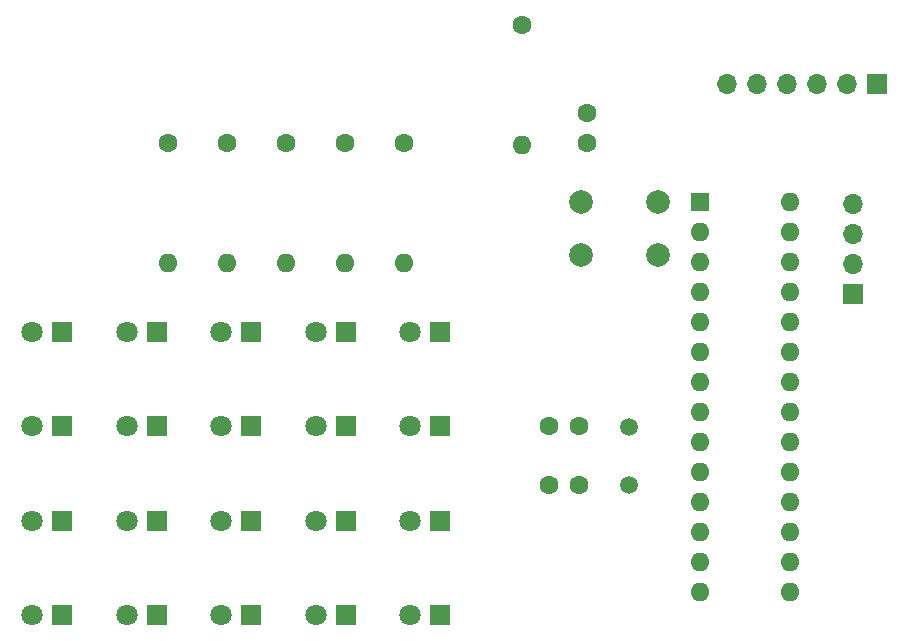
<source format=gbr>
%TF.GenerationSoftware,KiCad,Pcbnew,8.0.7-8.0.7-0~ubuntu24.04.1*%
%TF.CreationDate,2025-01-06T19:00:17+09:00*%
%TF.ProjectId,TutorialBoard2025,5475746f-7269-4616-9c42-6f6172643230,rev?*%
%TF.SameCoordinates,Original*%
%TF.FileFunction,Soldermask,Top*%
%TF.FilePolarity,Negative*%
%FSLAX46Y46*%
G04 Gerber Fmt 4.6, Leading zero omitted, Abs format (unit mm)*
G04 Created by KiCad (PCBNEW 8.0.7-8.0.7-0~ubuntu24.04.1) date 2025-01-06 19:00:17*
%MOMM*%
%LPD*%
G01*
G04 APERTURE LIST*
%ADD10R,1.800000X1.800000*%
%ADD11C,1.800000*%
%ADD12O,1.600000X1.600000*%
%ADD13C,1.600000*%
%ADD14R,1.600000X1.600000*%
%ADD15C,2.000000*%
%ADD16R,1.700000X1.700000*%
%ADD17O,1.700000X1.700000*%
%ADD18C,1.500000*%
G04 APERTURE END LIST*
D10*
%TO.C,3*%
X82040000Y-69000000D03*
D11*
X79500000Y-69000000D03*
%TD*%
D10*
%TO.C,1*%
X66040000Y-69000000D03*
D11*
X63500000Y-69000000D03*
%TD*%
D10*
%TO.C,4*%
X90040000Y-69000000D03*
D11*
X87500000Y-69000000D03*
%TD*%
D10*
%TO.C,2*%
X74040000Y-69000000D03*
D11*
X71500000Y-69000000D03*
%TD*%
D10*
%TO.C,5*%
X98040000Y-69000000D03*
D11*
X95500000Y-69000000D03*
%TD*%
D10*
%TO.C,D12*%
X74040000Y-85000000D03*
D11*
X71500000Y-85000000D03*
%TD*%
D10*
%TO.C,D14*%
X90040000Y-85000000D03*
D11*
X87500000Y-85000000D03*
%TD*%
D10*
%TO.C,D11*%
X66040000Y-85000000D03*
D11*
X63500000Y-85000000D03*
%TD*%
D10*
%TO.C,D15*%
X98040000Y-85000000D03*
D11*
X95500000Y-85000000D03*
%TD*%
D10*
%TO.C,D13*%
X82040000Y-85000000D03*
D11*
X79500000Y-85000000D03*
%TD*%
D12*
%TO.C,330*%
X80000000Y-55160000D03*
D13*
X80000000Y-45000000D03*
%TD*%
D12*
%TO.C,330*%
X85000000Y-55160000D03*
D13*
X85000000Y-45000000D03*
%TD*%
D12*
%TO.C,330*%
X90000000Y-55160000D03*
D13*
X90000000Y-45000000D03*
%TD*%
D12*
%TO.C,330*%
X95000000Y-55160000D03*
D13*
X95000000Y-45000000D03*
%TD*%
D12*
%TO.C,330*%
X75000000Y-55160000D03*
D13*
X75000000Y-45000000D03*
%TD*%
D10*
%TO.C,D18*%
X82040000Y-61000000D03*
D11*
X79500000Y-61000000D03*
%TD*%
D14*
%TO.C,U2*%
X120000000Y-50000000D03*
D12*
X120000000Y-52540000D03*
X120000000Y-55080000D03*
X120000000Y-57620000D03*
X120000000Y-60160000D03*
X120000000Y-62700000D03*
X120000000Y-65240000D03*
X120000000Y-67780000D03*
X120000000Y-70320000D03*
X120000000Y-72860000D03*
X120000000Y-75400000D03*
X120000000Y-77940000D03*
X120000000Y-80480000D03*
X120000000Y-83020000D03*
X127620000Y-83020000D03*
X127620000Y-80480000D03*
X127620000Y-77940000D03*
X127620000Y-75400000D03*
X127620000Y-72860000D03*
X127620000Y-70320000D03*
X127620000Y-67780000D03*
X127620000Y-65240000D03*
X127620000Y-62700000D03*
X127620000Y-60160000D03*
X127620000Y-57620000D03*
X127620000Y-55080000D03*
X127620000Y-52540000D03*
X127620000Y-50000000D03*
%TD*%
D10*
%TO.C,D17*%
X74040000Y-61000000D03*
D11*
X71500000Y-61000000D03*
%TD*%
D13*
%TO.C,22pF*%
X107250000Y-74000000D03*
X109750000Y-74000000D03*
%TD*%
D10*
%TO.C,D9*%
X90040000Y-77000000D03*
D11*
X87500000Y-77000000D03*
%TD*%
D13*
%TO.C,22pF*%
X107250000Y-69000000D03*
X109750000Y-69000000D03*
%TD*%
D10*
%TO.C,D10*%
X98040000Y-77000000D03*
D11*
X95500000Y-77000000D03*
%TD*%
D15*
%TO.C,SW1*%
X110000000Y-50000000D03*
X116500000Y-50000000D03*
X110000000Y-54500000D03*
X116500000Y-54500000D03*
%TD*%
D16*
%TO.C,J1*%
X135000000Y-40000000D03*
D17*
X132460000Y-40000000D03*
X129920000Y-40000000D03*
X127380000Y-40000000D03*
X124840000Y-40000000D03*
X122300000Y-40000000D03*
%TD*%
D16*
%TO.C,J2*%
X132975000Y-57800000D03*
D17*
X132975000Y-55260000D03*
X132975000Y-52720000D03*
X132975000Y-50180000D03*
%TD*%
D10*
%TO.C,D6*%
X66040000Y-77000000D03*
D11*
X63500000Y-77000000D03*
%TD*%
D10*
%TO.C,D7*%
X74040000Y-77000000D03*
D11*
X71500000Y-77000000D03*
%TD*%
D10*
%TO.C,D19*%
X90040000Y-61000000D03*
D11*
X87500000Y-61000000D03*
%TD*%
D12*
%TO.C,10k*%
X105000000Y-45160000D03*
D13*
X105000000Y-35000000D03*
%TD*%
D10*
%TO.C,D8*%
X82040000Y-77000000D03*
D11*
X79500000Y-77000000D03*
%TD*%
D13*
%TO.C,0.1\u03BCF*%
X110500000Y-42500000D03*
X110500000Y-45000000D03*
%TD*%
D10*
%TO.C,D20*%
X98040000Y-61000000D03*
D11*
X95500000Y-61000000D03*
%TD*%
D10*
%TO.C,D16*%
X66040000Y-61000000D03*
D11*
X63500000Y-61000000D03*
%TD*%
D18*
%TO.C,Y1*%
X114000000Y-69050000D03*
X114000000Y-73950000D03*
%TD*%
M02*

</source>
